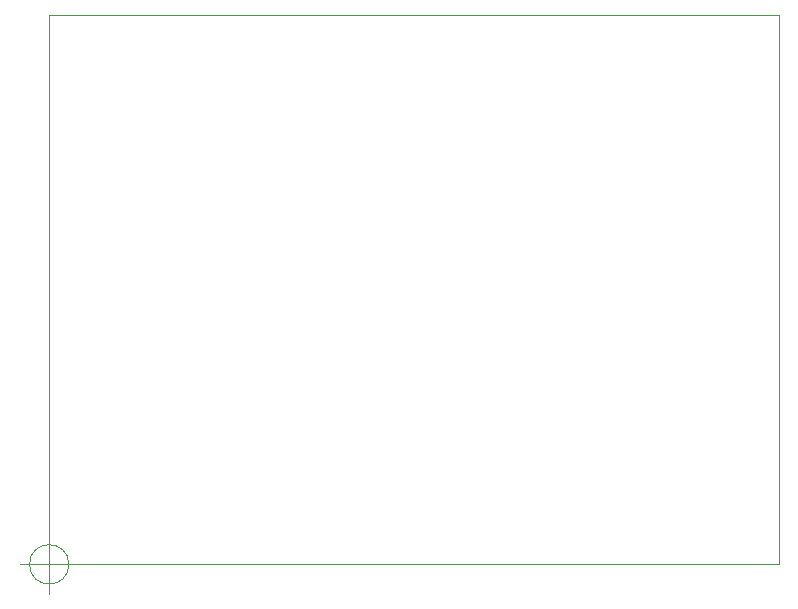
<source format=gm1>
G04 #@! TF.GenerationSoftware,KiCad,Pcbnew,(6.0.1)*
G04 #@! TF.CreationDate,2022-04-24T16:28:56-07:00*
G04 #@! TF.ProjectId,PS_controller,50535f63-6f6e-4747-926f-6c6c65722e6b,rev?*
G04 #@! TF.SameCoordinates,Original*
G04 #@! TF.FileFunction,Profile,NP*
%FSLAX46Y46*%
G04 Gerber Fmt 4.6, Leading zero omitted, Abs format (unit mm)*
G04 Created by KiCad (PCBNEW (6.0.1)) date 2022-04-24 16:28:56*
%MOMM*%
%LPD*%
G01*
G04 APERTURE LIST*
G04 #@! TA.AperFunction,Profile*
%ADD10C,0.100000*%
G04 #@! TD*
G04 APERTURE END LIST*
D10*
X168402000Y-68072000D02*
X230184000Y-68072000D01*
X230184000Y-68072000D02*
X230184000Y-114554000D01*
X230184000Y-114554000D02*
X168402000Y-114554000D01*
X168402000Y-114554000D02*
X168402000Y-68072000D01*
X170068666Y-114554000D02*
G75*
G03*
X170068666Y-114554000I-1666666J0D01*
G01*
X165902000Y-114554000D02*
X170902000Y-114554000D01*
X168402000Y-112054000D02*
X168402000Y-117054000D01*
M02*

</source>
